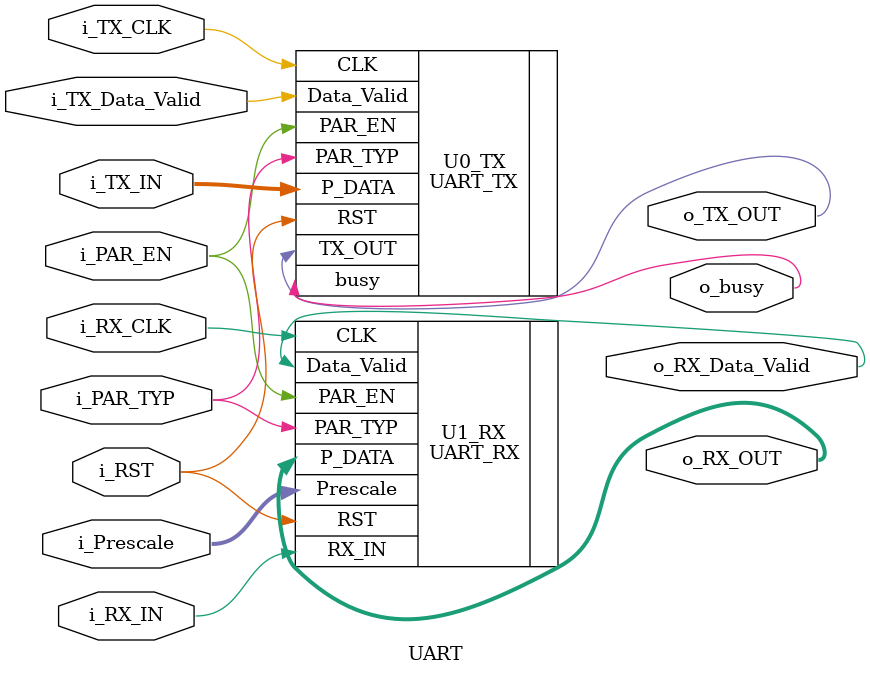
<source format=v>
module UART #(
    parameter   DATA_WIDTH  = 8,
                PRESC_WIDTH = 6
)(
    input   wire                        i_TX_CLK,
    input   wire                        i_RX_CLK,
    input   wire                        i_RST,
    input   wire                        i_PAR_EN,
    input   wire                        i_TX_Data_Valid, 
    input   wire                        i_PAR_TYP,
    input   wire    [DATA_WIDTH-1:0]    i_TX_IN,
    input   wire                        i_RX_IN,
    input   wire    [PRESC_WIDTH-1:0]   i_Prescale,
    output  wire                        o_busy,
    output  wire    [DATA_WIDTH-1:0]    o_RX_OUT,
    output  wire                        o_TX_OUT, 
    output  wire                        o_RX_Data_Valid

);
    
///////////////////// UART Transmitter Instantiation///////////////////
    UART_TX U0_TX (
        .CLK(i_TX_CLK),
        .RST(i_RST),
        .Data_Valid(i_TX_Data_Valid),
        .PAR_EN(i_PAR_EN),
        .PAR_TYP(i_PAR_TYP),
        .P_DATA(i_TX_IN),
        .TX_OUT(o_TX_OUT),
        .busy(o_busy)
    );
    
///////////////////// UART Reciever Instantiation///////////////////
    UART_RX U1_RX (
        .CLK(i_RX_CLK),
        .RST(i_RST),
        .RX_IN(i_RX_IN),
        .Prescale(i_Prescale),
        .PAR_EN(i_PAR_EN),
        .PAR_TYP(i_PAR_TYP),
        .Data_Valid(o_RX_Data_Valid),
        .P_DATA(o_RX_OUT)
    );
endmodule
</source>
